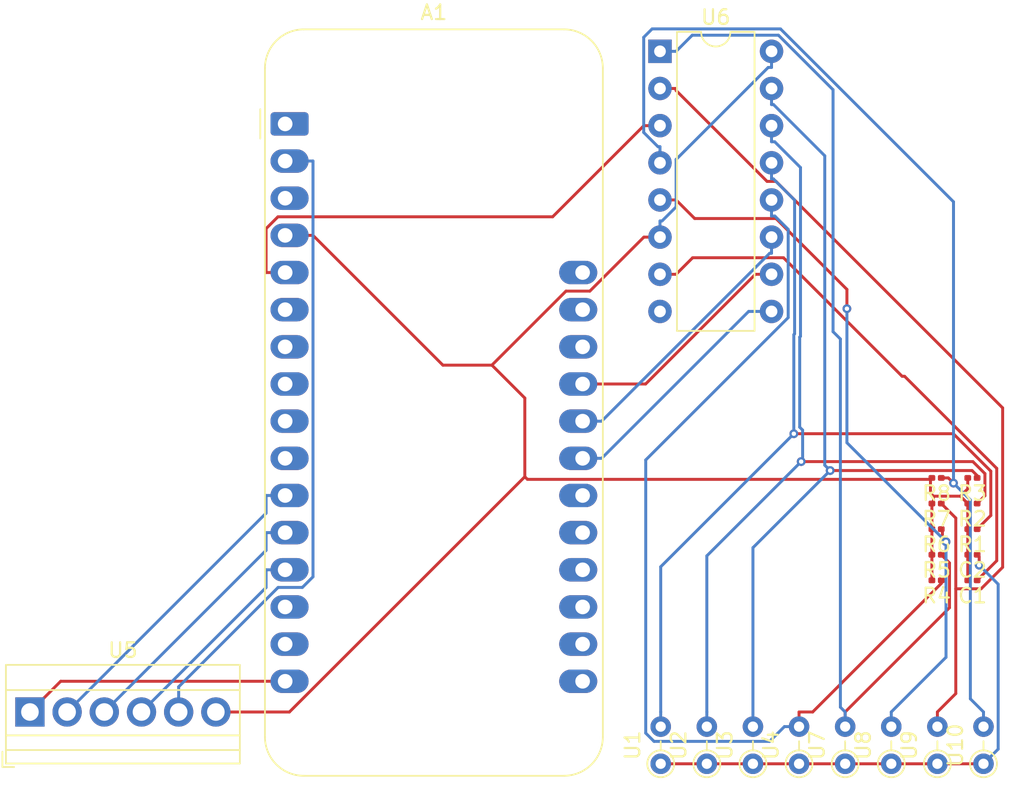
<source format=kicad_pcb>
(kicad_pcb (version 20240108) (generator "pcbnew") (generator_version "8.0")
  (layers (0 "F.Cu" signal) (31 "B.Cu" signal) (34 "B.Paste" user) (35 "F.Paste" user) (36 "B.SilkS" user "B.Silkscreen") (37 "F.SilkS" user "F.Silkscreen") (38 "B.Mask" user) (39 "F.Mask" user) (44 "Edge.Cuts" user))
  (net 0 "")
  (net 5 "/AN_Out")
  (net 7 "/SPI_MOSI")
  (net 10 "/SPI_MISO")
  (net 13 "/SEL_2")
  (net 15 "GND")
  (net 18 "/Vref3.3")
  (net 20 "/SEL_0")
  (net 21 "/SPI_CS")
  (net 22 "/SEL_1")
  (net 28 "/SPI_SCK")
  (net 29 "Net-(U6-VEE)")
  (net 30 "+3.3VA")
  (net 31 "/AN_0")
  (net 32 "/AN_1")
  (net 33 "/AN_2")
  (net 34 "/AN_3")
  (net 35 "/AN_4")
  (net 36 "/AN_5")
  (net 37 "/AN_6")
  (net 38 "/AN_7")
  (footprint "TerminalBlock:TerminalBlock_Xinya_XY308-2.54-6P_1x06_P2.54mm_Horizontal" (layer "F.Cu") (at 43.46 99.5)
    (property "Reference" "U5" (at 6.35 -4.22 0) (layer "F.SilkS"))
    (property "Value" "~")
    (fp_line (start -1.88 2.72) (end -1.88 3.76) (stroke (width 0.12)) (layer "F.SilkS"))
    (fp_line (start -1.88 3.76) (end -1.08 3.76) (stroke (width 0.12)) (layer "F.SilkS"))
    (fp_line (start -1.64 -3.22) (end -1.64 3.52) (stroke (width 0.12)) (layer "F.SilkS"))
    (fp_line (start -1.64 -3.22) (end 14.34 -3.22) (stroke (width 0.12)) (layer "F.SilkS"))
    (fp_line (start -1.64 -1.501) (end 14.34 -1.501) (stroke (width 0.12)) (layer "F.SilkS"))
    (fp_line (start -1.64 1.6) (end 14.34 1.6) (stroke (width 0.12)) (layer "F.SilkS"))
    (fp_line (start -1.64 2.6) (end 14.34 2.6) (stroke (width 0.12)) (layer "F.SilkS"))
    (fp_line (start -1.64 3.52) (end 14.34 3.52) (stroke (width 0.12)) (layer "F.SilkS"))
    (fp_line (start 14.34 -3.22) (end 14.34 3.52) (stroke (width 0.12)) (layer "F.SilkS"))
    (pad "1" thru_hole rect (at 0 0) (size 2 2) (drill 1.2) (layers "*.Cu" "*.Mask") (net 21 "/SPI_CS"))
    (pad "2" thru_hole circle (at 2.54 0) (size 2 2) (drill 1.2) (layers "*.Cu" "*.Mask") (net 28 "/SPI_SCK"))
    (pad "3" thru_hole circle (at 5.08 0) (size 2 2) (drill 1.2) (layers "*.Cu" "*.Mask") (net 7 "/SPI_MOSI"))
    (pad "4" thru_hole circle (at 7.62 0) (size 2 2) (drill 1.2) (layers "*.Cu" "*.Mask") (net 10 "/SPI_MISO"))
    (pad "5" thru_hole circle (at 10.16 0) (size 2 2) (drill 1.2) (layers "*.Cu" "*.Mask") (net 18 "/Vref3.3"))
    (pad "6" thru_hole circle (at 12.7 0) (size 2 2) (drill 1.2) (layers "*.Cu" "*.Mask") (net 15 "GND"))
  )
  (footprint "Resistor_THT:R_Axial_DIN0204_L3.6mm_D1.6mm_P2.54mm_Vertical" (layer "F.Cu") (at 102.3 103.04 90)
    (property "Reference" "U8" (at 1.27 -1.92 90) (layer "F.SilkS"))
    (property "Value" "~")
    (fp_line (start 0.92 0) (end 1.54 0) (stroke (width 0.12)) (layer "F.SilkS"))
    (fp_circle (center 0 0) (end 0.92 0) (stroke (width 0.12)) (fill none) (layer "F.SilkS"))
    (pad "1" thru_hole circle (at 0 0 90) (size 1.4 1.4) (drill 0.7) (layers "*.Cu" "*.Mask") (net 30 "+3.3VA"))
    (pad "2" thru_hole oval (at 2.54 0 90) (size 1.4 1.4) (drill 0.7) (layers "*.Cu" "*.Mask") (net 36 "/AN_5"))
  )
  (footprint "Resistor_THT:R_Axial_DIN0204_L3.6mm_D1.6mm_P2.54mm_Vertical" (layer "F.Cu") (at 105.45 103.04 90)
    (property "Reference" "U9" (at 1.27 -1.92 90) (layer "F.SilkS"))
    (property "Value" "~")
    (fp_line (start 0.92 0) (end 1.54 0) (stroke (width 0.12)) (layer "F.SilkS"))
    (fp_circle (center 0 0) (end 0.92 0) (stroke (width 0.12)) (fill none) (layer "F.SilkS"))
    (pad "1" thru_hole circle (at 0 0 90) (size 1.4 1.4) (drill 0.7) (layers "*.Cu" "*.Mask") (net 30 "+3.3VA"))
    (pad "2" thru_hole oval (at 2.54 0 90) (size 1.4 1.4) (drill 0.7) (layers "*.Cu" "*.Mask") (net 37 "/AN_6"))
  )
  (footprint "Resistor_THT:R_Axial_DIN0204_L3.6mm_D1.6mm_P2.54mm_Vertical" (layer "F.Cu") (at 86.55 103.04 90)
    (property "Reference" "U1" (at 1.27 -1.92 90) (layer "F.SilkS"))
    (property "Value" "~")
    (fp_line (start 0.92 0) (end 1.54 0) (stroke (width 0.12)) (layer "F.SilkS"))
    (fp_circle (center 0 0) (end 0.92 0) (stroke (width 0.12)) (fill none) (layer "F.SilkS"))
    (pad "1" thru_hole circle (at 0 0 90) (size 1.4 1.4) (drill 0.7) (layers "*.Cu" "*.Mask") (net 30 "+3.3VA"))
    (pad "2" thru_hole oval (at 2.54 0 90) (size 1.4 1.4) (drill 0.7) (layers "*.Cu" "*.Mask") (net 31 "/AN_0"))
  )
  (footprint "Resistor_THT:R_Axial_DIN0204_L3.6mm_D1.6mm_P2.54mm_Vertical" (layer "F.Cu") (at 99.15 103.04 90)
    (property "Reference" "U7" (at 1.27 -1.92 90) (layer "F.SilkS"))
    (property "Value" "~")
    (fp_line (start 0.92 0) (end 1.54 0) (stroke (width 0.12)) (layer "F.SilkS"))
    (fp_circle (center 0 0) (end 0.92 0) (stroke (width 0.12)) (fill none) (layer "F.SilkS"))
    (pad "1" thru_hole circle (at 0 0 90) (size 1.4 1.4) (drill 0.7) (layers "*.Cu" "*.Mask") (net 30 "+3.3VA"))
    (pad "2" thru_hole oval (at 2.54 0 90) (size 1.4 1.4) (drill 0.7) (layers "*.Cu" "*.Mask") (net 35 "/AN_4"))
  )
  (footprint "Resistor_THT:R_Axial_DIN0204_L3.6mm_D1.6mm_P2.54mm_Vertical" (layer "F.Cu") (at 108.6 103.04 90)
    (property "Reference" "U10" (at 1.27 -1.92 90) (layer "F.SilkS"))
    (property "Value" "~")
    (fp_line (start 0.92 0) (end 1.54 0) (stroke (width 0.12)) (layer "F.SilkS"))
    (fp_circle (center 0 0) (end 0.92 0) (stroke (width 0.12)) (fill none) (layer "F.SilkS"))
    (pad "1" thru_hole circle (at 0 0 90) (size 1.4 1.4) (drill 0.7) (layers "*.Cu" "*.Mask") (net 30 "+3.3VA"))
    (pad "2" thru_hole oval (at 2.54 0 90) (size 1.4 1.4) (drill 0.7) (layers "*.Cu" "*.Mask") (net 38 "/AN_7"))
  )
  (footprint "Resistor_THT:R_Axial_DIN0204_L3.6mm_D1.6mm_P2.54mm_Vertical" (layer "F.Cu") (at 96 103.04 90)
    (property "Reference" "U4" (at 1.27 -1.92 90) (layer "F.SilkS"))
    (property "Value" "~")
    (fp_line (start 0.92 0) (end 1.54 0) (stroke (width 0.12)) (layer "F.SilkS"))
    (fp_circle (center 0 0) (end 0.92 0) (stroke (width 0.12)) (fill none) (layer "F.SilkS"))
    (pad "1" thru_hole circle (at 0 0 90) (size 1.4 1.4) (drill 0.7) (layers "*.Cu" "*.Mask") (net 30 "+3.3VA"))
    (pad "2" thru_hole oval (at 2.54 0 90) (size 1.4 1.4) (drill 0.7) (layers "*.Cu" "*.Mask") (net 34 "/AN_3"))
  )
  (footprint "Resistor_SMD:R_0201_0603Metric" (layer "F.Cu") (at 105.395 83.5 180)
    (property "Reference" "R8" (at 0 -1.05 0) (layer "F.SilkS"))
    (property "Value" "10k")
    (pad "1" smd roundrect (at -0.32 0 180) (size 0.46 0.4) (layers "F.Cu" "F.Mask") (net 38 "/AN_7"))
    (pad "2" smd roundrect (at 0.32 0 180) (size 0.46 0.4) (layers "F.Cu" "F.Mask") (net 15 "GND"))
  )
  (footprint "Resistor_SMD:R_0201_0603Metric" (layer "F.Cu") (at 105.395 88.75 180)
    (property "Reference" "R5" (at 0 -1.05 0) (layer "F.SilkS"))
    (property "Value" "10k")
    (pad "1" smd roundrect (at -0.32 0 180) (size 0.46 0.4) (layers "F.Cu" "F.Mask") (net 35 "/AN_4"))
    (pad "2" smd roundrect (at 0.32 0 180) (size 0.46 0.4) (layers "F.Cu" "F.Mask") (net 15 "GND"))
  )
  (footprint "Resistor_THT:R_Axial_DIN0204_L3.6mm_D1.6mm_P2.54mm_Vertical" (layer "F.Cu") (at 92.85 103.04 90)
    (property "Reference" "U3" (at 1.27 -1.92 90) (layer "F.SilkS"))
    (property "Value" "~")
    (fp_line (start 0.92 0) (end 1.54 0) (stroke (width 0.12)) (layer "F.SilkS"))
    (fp_circle (center 0 0) (end 0.92 0) (stroke (width 0.12)) (fill none) (layer "F.SilkS"))
    (pad "1" thru_hole circle (at 0 0 90) (size 1.4 1.4) (drill 0.7) (layers "*.Cu" "*.Mask") (net 30 "+3.3VA"))
    (pad "2" thru_hole oval (at 2.54 0 90) (size 1.4 1.4) (drill 0.7) (layers "*.Cu" "*.Mask") (net 33 "/AN_2"))
  )
  (footprint "Package_DIP:DIP-16_W7.62mm" (layer "F.Cu") (at 86.5 54.34)
    (property "Reference" "U6" (at 3.81 -2.33 0) (layer "F.SilkS"))
    (property "Value" "4051")
    (fp_line (start 1.16 -1.33) (end 1.16 19.11) (stroke (width 0.12)) (layer "F.SilkS"))
    (fp_line (start 1.16 19.11) (end 6.46 19.11) (stroke (width 0.12)) (layer "F.SilkS"))
    (fp_line (start 2.81 -1.33) (end 1.16 -1.33) (stroke (width 0.12)) (layer "F.SilkS"))
    (fp_line (start 6.46 -1.33) (end 4.81 -1.33) (stroke (width 0.12)) (layer "F.SilkS"))
    (fp_line (start 6.46 19.11) (end 6.46 -1.33) (stroke (width 0.12)) (layer "F.SilkS"))
    (fp_arc (start 4.81 -1.33) (mid 3.81 -0.33) (end 2.81 -1.33) (stroke (width 0.12)) (layer "F.SilkS"))
    (pad "1" thru_hole rect (at 0 0) (size 1.6 1.6) (drill 0.8) (layers "*.Cu" "*.Mask") (net 35 "/AN_4"))
    (pad "2" thru_hole oval (at 0 2.54) (size 1.6 1.6) (drill 0.8) (layers "*.Cu" "*.Mask") (net 37 "/AN_6"))
    (pad "3" thru_hole oval (at 0 5.08) (size 1.6 1.6) (drill 0.8) (layers "*.Cu" "*.Mask") (net 5 "/AN_Out"))
    (pad "4" thru_hole oval (at 0 7.62) (size 1.6 1.6) (drill 0.8) (layers "*.Cu" "*.Mask") (net 38 "/AN_7"))
    (pad "5" thru_hole oval (at 0 10.16) (size 1.6 1.6) (drill 0.8) (layers "*.Cu" "*.Mask") (net 36 "/AN_5"))
    (pad "6" thru_hole oval (at 0 12.7) (size 1.6 1.6) (drill 0.8) (layers "*.Cu" "*.Mask") (net 15 "GND"))
    (pad "7" thru_hole oval (at 0 15.24) (size 1.6 1.6) (drill 0.8) (layers "*.Cu" "*.Mask") (net 29 "Net-(U6-VEE)"))
    (pad "8" thru_hole oval (at 0 17.78) (size 1.6 1.6) (drill 0.8) (layers "*.Cu" "*.Mask"))
    (pad "9" thru_hole oval (at 7.62 17.78) (size 1.6 1.6) (drill 0.8) (layers "*.Cu" "*.Mask") (net 13 "/SEL_2"))
    (pad "10" thru_hole oval (at 7.62 15.24) (size 1.6 1.6) (drill 0.8) (layers "*.Cu" "*.Mask") (net 22 "/SEL_1"))
    (pad "11" thru_hole oval (at 7.62 12.7) (size 1.6 1.6) (drill 0.8) (layers "*.Cu" "*.Mask") (net 20 "/SEL_0"))
    (pad "12" thru_hole oval (at 7.62 10.16) (size 1.6 1.6) (drill 0.8) (layers "*.Cu" "*.Mask") (net 34 "/AN_3"))
    (pad "13" thru_hole oval (at 7.62 7.62) (size 1.6 1.6) (drill 0.8) (layers "*.Cu" "*.Mask") (net 31 "/AN_0"))
    (pad "14" thru_hole oval (at 7.62 5.08) (size 1.6 1.6) (drill 0.8) (layers "*.Cu" "*.Mask") (net 32 "/AN_1"))
    (pad "15" thru_hole oval (at 7.62 2.54) (size 1.6 1.6) (drill 0.8) (layers "*.Cu" "*.Mask") (net 33 "/AN_2"))
    (pad "16" thru_hole oval (at 7.62 0) (size 1.6 1.6) (drill 0.8) (layers "*.Cu" "*.Mask") (net 15 "GND"))
  )
  (footprint "Resistor_SMD:R_0201_0603Metric" (layer "F.Cu") (at 105.395 87 180)
    (property "Reference" "R6" (at 0 -1.05 0) (layer "F.SilkS"))
    (property "Value" "10k")
    (pad "1" smd roundrect (at -0.32 0 180) (size 0.46 0.4) (layers "F.Cu" "F.Mask") (net 36 "/AN_5"))
    (pad "2" smd roundrect (at 0.32 0 180) (size 0.46 0.4) (layers "F.Cu" "F.Mask") (net 15 "GND"))
  )
  (footprint "Capacitor_SMD:C_0201_0603Metric" (layer "F.Cu") (at 107.845 88.75 180)
    (property "Reference" "C2" (at 0 -1.05 0) (layer "F.SilkS"))
    (property "Value" "C")
    (pad "1" smd roundrect (at -0.32 0 180) (size 0.46 0.4) (layers "F.Cu" "F.Mask") (net 30 "+3.3VA"))
    (pad "2" smd roundrect (at 0.32 0 180) (size 0.46 0.4) (layers "F.Cu" "F.Mask") (net 15 "GND"))
  )
  (footprint "Module:Adafruit_Feather" (layer "F.Cu") (at 60.895 59.3)
    (property "Reference" "A1" (at 10.16 -7.62 0) (layer "F.SilkS"))
    (property "Value" "Adafruit_Feather_HUZZAH32_ESP32")
    (fp_line (start -1.7 1) (end -1.7 -1) (stroke (width 0.12)) (layer "F.SilkS"))
    (fp_line (start -1.38 -3.81) (end -1.38 41.91) (stroke (width 0.12)) (layer "F.SilkS"))
    (fp_line (start 19.05 -6.46) (end 1.27 -6.46) (stroke (width 0.12)) (layer "F.SilkS"))
    (fp_line (start 19.05 44.56) (end 1.27 44.56) (stroke (width 0.12)) (layer "F.SilkS"))
    (fp_line (start 21.7 -3.81) (end 21.7 41.91) (stroke (width 0.12)) (layer "F.SilkS"))
    (fp_arc (start -1.38 -3.81) (mid -0.603833 -5.683833) (end 1.27 -6.46) (stroke (width 0.12)) (layer "F.SilkS"))
    (fp_arc (start 1.27 44.56) (mid -0.603833 43.783833) (end -1.38 41.91) (stroke (width 0.12)) (layer "F.SilkS"))
    (fp_arc (start 19.05 -6.46) (mid 20.923833 -5.683833) (end 21.7 -3.81) (stroke (width 0.12)) (layer "F.SilkS"))
    (fp_arc (start 21.7 41.91) (mid 20.923833 43.783833) (end 19.05 44.56) (stroke (width 0.12)) (layer "F.SilkS"))
    (pad "1" thru_hole roundrect (at 0 0) (size 2.6 1.6) (drill 1 (offset 0.3 0)) (layers "*.Cu" "*.Mask") (roundrect_rratio 0.15625))
    (pad "2" thru_hole oval (at 0 2.54) (size 2.6 1.6) (drill 1 (offset 0.3 0)) (layers "*.Cu" "*.Mask") (net 18 "/Vref3.3"))
    (pad "3" thru_hole oval (at 0 5.08) (size 2.6 1.6) (drill 1 (offset 0.3 0)) (layers "*.Cu" "*.Mask"))
    (pad "4" thru_hole oval (at 0 7.62) (size 2.6 1.6) (drill 1 (offset 0.3 0)) (layers "*.Cu" "*.Mask") (net 15 "GND"))
    (pad "5" thru_hole oval (at 0 10.16) (size 2.6 1.6) (drill 1 (offset 0.3 0)) (layers "*.Cu" "*.Mask") (net 5 "/AN_Out"))
    (pad "6" thru_hole oval (at 0 12.7) (size 2.6 1.6) (drill 1 (offset 0.3 0)) (layers "*.Cu" "*.Mask"))
    (pad "7" thru_hole oval (at 0 15.24) (size 2.6 1.6) (drill 1 (offset 0.3 0)) (layers "*.Cu" "*.Mask"))
    (pad "8" thru_hole oval (at 0 17.78) (size 2.6 1.6) (drill 1 (offset 0.3 0)) (layers "*.Cu" "*.Mask"))
    (pad "9" thru_hole oval (at 0 20.32) (size 2.6 1.6) (drill 1 (offset 0.3 0)) (layers "*.Cu" "*.Mask"))
    (pad "10" thru_hole oval (at 0 22.86) (size 2.6 1.6) (drill 1 (offset 0.3 0)) (layers "*.Cu" "*.Mask"))
    (pad "11" thru_hole oval (at 0 25.4) (size 2.6 1.6) (drill 1 (offset 0.3 0)) (layers "*.Cu" "*.Mask") (net 28 "/SPI_SCK"))
    (pad "12" thru_hole oval (at 0 27.94) (size 2.6 1.6) (drill 1 (offset 0.3 0)) (layers "*.Cu" "*.Mask") (net 7 "/SPI_MOSI"))
    (pad "13" thru_hole oval (at 0 30.48) (size 2.6 1.6) (drill 1 (offset 0.3 0)) (layers "*.Cu" "*.Mask") (net 10 "/SPI_MISO"))
    (pad "14" thru_hole oval (at 0 33.02) (size 2.6 1.6) (drill 1 (offset 0.3 0)) (layers "*.Cu" "*.Mask"))
    (pad "15" thru_hole oval (at 0 35.56) (size 2.6 1.6) (drill 1 (offset 0.3 0)) (layers "*.Cu" "*.Mask"))
    (pad "16" thru_hole oval (at 0 38.1) (size 2.6 1.6) (drill 1 (offset 0.3 0)) (layers "*.Cu" "*.Mask") (net 21 "/SPI_CS"))
    (pad "17" thru_hole oval (at 20.32 38.1 180) (size 2.6 1.6) (drill 1 (offset 0.3 0)) (layers "*.Cu" "*.Mask"))
    (pad "18" thru_hole oval (at 20.32 35.56 180) (size 2.6 1.6) (drill 1 (offset 0.3 0)) (layers "*.Cu" "*.Mask"))
    (pad "19" thru_hole oval (at 20.32 33.02 180) (size 2.6 1.6) (drill 1 (offset 0.3 0)) (layers "*.Cu" "*.Mask"))
    (pad "20" thru_hole oval (at 20.32 30.48 180) (size 2.6 1.6) (drill 1 (offset 0.3 0)) (layers "*.Cu" "*.Mask"))
    (pad "21" thru_hole oval (at 20.32 27.94 180) (size 2.6 1.6) (drill 1 (offset 0.3 0)) (layers "*.Cu" "*.Mask"))
    (pad "22" thru_hole oval (at 20.32 25.4 180) (size 2.6 1.6) (drill 1 (offset 0.3 0)) (layers "*.Cu" "*.Mask"))
    (pad "23" thru_hole oval (at 20.32 22.86 180) (size 2.6 1.6) (drill 1 (offset 0.3 0)) (layers "*.Cu" "*.Mask") (net 13 "/SEL_2"))
    (pad "24" thru_hole oval (at 20.32 20.32 180) (size 2.6 1.6) (drill 1 (offset 0.3 0)) (layers "*.Cu" "*.Mask") (net 20 "/SEL_0"))
    (pad "25" thru_hole oval (at 20.32 17.78 180) (size 2.6 1.6) (drill 1 (offset 0.3 0)) (layers "*.Cu" "*.Mask") (net 22 "/SEL_1"))
    (pad "26" thru_hole oval (at 20.32 15.24 180) (size 2.6 1.6) (drill 1 (offset 0.3 0)) (layers "*.Cu" "*.Mask"))
    (pad "27" thru_hole oval (at 20.32 12.7 180) (size 2.6 1.6) (drill 1 (offset 0.3 0)) (layers "*.Cu" "*.Mask"))
    (pad "28" thru_hole oval (at 20.32 10.16 180) (size 2.6 1.6) (drill 1 (offset 0.3 0)) (layers "*.Cu" "*.Mask"))
  )
  (footprint "Resistor_SMD:R_0201_0603Metric" (layer "F.Cu") (at 107.845 87 180)
    (property "Reference" "R1" (at 0 -1.05 0) (layer "F.SilkS"))
    (property "Value" "10k")
    (pad "1" smd roundrect (at -0.32 0 180) (size 0.46 0.4) (layers "F.Cu" "F.Mask") (net 31 "/AN_0"))
    (pad "2" smd roundrect (at 0.32 0 180) (size 0.46 0.4) (layers "F.Cu" "F.Mask") (net 15 "GND"))
  )
  (footprint "Resistor_THT:R_Axial_DIN0204_L3.6mm_D1.6mm_P2.54mm_Vertical" (layer "F.Cu") (at 89.7 103.04 90)
    (property "Reference" "U2" (at 1.27 -1.92 90) (layer "F.SilkS"))
    (property "Value" "~")
    (fp_line (start 0.92 0) (end 1.54 0) (stroke (width 0.12)) (layer "F.SilkS"))
    (fp_circle (center 0 0) (end 0.92 0) (stroke (width 0.12)) (fill none) (layer "F.SilkS"))
    (pad "1" thru_hole circle (at 0 0 90) (size 1.4 1.4) (drill 0.7) (layers "*.Cu" "*.Mask") (net 30 "+3.3VA"))
    (pad "2" thru_hole oval (at 2.54 0 90) (size 1.4 1.4) (drill 0.7) (layers "*.Cu" "*.Mask") (net 32 "/AN_1"))
  )
  (footprint "Capacitor_SMD:C_0201_0603Metric" (layer "F.Cu") (at 107.845 90.5 180)
    (property "Reference" "C1" (at 0 -1.05 0) (layer "F.SilkS"))
    (property "Value" "0.1pf")
    (pad "1" smd roundrect (at -0.32 0 180) (size 0.46 0.4) (layers "F.Cu" "F.Mask") (net 29 "Net-(U6-VEE)"))
    (pad "2" smd roundrect (at 0.32 0 180) (size 0.46 0.4) (layers "F.Cu" "F.Mask") (net 15 "GND"))
  )
  (footprint "Resistor_SMD:R_0201_0603Metric" (layer "F.Cu") (at 105.395 90.5 180)
    (property "Reference" "R4" (at 0 -1.05 0) (layer "F.SilkS"))
    (property "Value" "10k")
    (pad "1" smd roundrect (at -0.32 0 180) (size 0.46 0.4) (layers "F.Cu" "F.Mask") (net 34 "/AN_3"))
    (pad "2" smd roundrect (at 0.32 0 180) (size 0.46 0.4) (layers "F.Cu" "F.Mask") (net 15 "GND"))
  )
  (footprint "Resistor_SMD:R_0201_0603Metric" (layer "F.Cu") (at 107.845 83.5 180)
    (property "Reference" "R3" (at 0 -1.05 0) (layer "F.SilkS"))
    (property "Value" "10k")
    (pad "1" smd roundrect (at -0.32 0 180) (size 0.46 0.4) (layers "F.Cu" "F.Mask") (net 33 "/AN_2"))
    (pad "2" smd roundrect (at 0.32 0 180) (size 0.46 0.4) (layers "F.Cu" "F.Mask") (net 15 "GND"))
  )
  (footprint "Resistor_SMD:R_0201_0603Metric" (layer "F.Cu") (at 107.845 85.25 180)
    (property "Reference" "R2" (at 0 -1.05 0) (layer "F.SilkS"))
    (property "Value" "10k")
    (pad "1" smd roundrect (at -0.32 0 180) (size 0.46 0.4) (layers "F.Cu" "F.Mask") (net 32 "/AN_1"))
    (pad "2" smd roundrect (at 0.32 0 180) (size 0.46 0.4) (layers "F.Cu" "F.Mask") (net 15 "GND"))
  )
  (footprint "Resistor_SMD:R_0201_0603Metric" (layer "F.Cu") (at 105.395 85.25 180)
    (property "Reference" "R7" (at 0 -1.05 0) (layer "F.SilkS"))
    (property "Value" "10k")
    (pad "1" smd roundrect (at -0.32 0 180) (size 0.46 0.4) (layers "F.Cu" "F.Mask") (net 37 "/AN_6"))
    (pad "2" smd roundrect (at 0.32 0 180) (size 0.46 0.4) (layers "F.Cu" "F.Mask") (net 15 "GND"))
  )
  (segment (start 85.3983 59.42) (end 79.1683 65.65) (width 0.2) (layer "F.Cu") (net 5))
  (segment (start 60.895 69.46) (end 59.5933 69.46) (width 0.2) (layer "F.Cu") (net 5))
  (segment (start 86.5 59.42) (end 85.3983 59.42) (width 0.2) (layer "F.Cu") (net 5))
  (segment (start 79.1683 65.65) (end 60.4017 65.65) (width 0.2) (layer "F.Cu") (net 5))
  (segment (start 60.4017 65.65) (end 59.5933 66.4584) (width 0.2) (layer "F.Cu") (net 5))
  (segment (start 59.5933 66.4584) (end 59.5933 69.46) (width 0.2) (layer "F.Cu") (net 5))
  (segment (start 59.5933 87.24) (end 59.5933 88.4467) (width 0.2) (layer "B.Cu") (net 7))
  (segment (start 59.5933 88.4467) (end 48.54 99.5) (width 0.2) (layer "B.Cu") (net 7))
  (segment (start 60.895 87.24) (end 59.5933 87.24) (width 0.2) (layer "B.Cu") (net 7))
  (segment (start 60.895 89.78) (end 59.5933 89.78) (width 0.2) (layer "B.Cu") (net 10))
  (segment (start 59.5933 89.78) (end 59.5933 90.9867) (width 0.2) (layer "B.Cu") (net 10))
  (segment (start 59.5933 90.9867) (end 51.08 99.5) (width 0.2) (layer "B.Cu") (net 10))
  (segment (start 92.5567 72.12) (end 94.12 72.12) (width 0.2) (layer "B.Cu") (net 13))
  (segment (start 81.215 82.16) (end 82.5167 82.16) (width 0.2) (layer "B.Cu") (net 13))
  (segment (start 82.5167 82.16) (end 92.5567 72.12) (width 0.2) (layer "B.Cu") (net 13))
  (segment (start 75.017 75.7916) (end 71.6683 75.7916) (width 0.2) (layer "F.Cu") (net 15))
  (segment (start 107.525 87) (end 107.525 85.25) (width 0.2) (layer "F.Cu") (net 15))
  (segment (start 80.0786 70.73) (end 75.017 75.7916) (width 0.2) (layer "F.Cu") (net 15))
  (segment (start 75.017 75.7916) (end 77.266 78.0406) (width 0.2) (layer "F.Cu") (net 15))
  (segment (start 105.1803 84.747) (end 107.022 84.747) (width 0.2) (layer "F.Cu") (net 15))
  (segment (start 104.9769 83.5981) (end 105.075 83.5) (width 0.2) (layer "F.Cu") (net 15))
  (segment (start 77.266 83.4185) (end 77.4456 83.5981) (width 0.2) (layer "F.Cu") (net 15))
  (segment (start 105.1803 84.747) (end 105.1803 85.1447) (width 0.2) (layer "F.Cu") (net 15))
  (segment (start 77.4456 83.5981) (end 104.9769 83.5981) (width 0.2) (layer "F.Cu") (net 15))
  (segment (start 105.075 85.25) (end 105.075 87) (width 0.2) (layer "F.Cu") (net 15))
  (segment (start 105.075 88.75) (end 105.075 90.5) (width 0.2) (layer "F.Cu") (net 15))
  (segment (start 107.525 84.244) (end 107.525 83.5) (width 0.2) (layer "F.Cu") (net 15))
  (segment (start 107.525 90.5) (end 107.525 88.75) (width 0.2) (layer "F.Cu") (net 15))
  (segment (start 104.9769 84.5436) (end 105.1803 84.747) (width 0.2) (layer "F.Cu") (net 15))
  (segment (start 71.6683 75.7916) (end 62.7967 66.92) (width 0.2) (layer "F.Cu") (net 15))
  (segment (start 77.266 78.0406) (end 77.266 83.4185) (width 0.2) (layer "F.Cu") (net 15))
  (segment (start 77.266 83.4185) (end 61.1845 99.5) (width 0.2) (layer "F.Cu") (net 15))
  (segment (start 61.1845 99.5) (end 56.16 99.5) (width 0.2) (layer "F.Cu") (net 15))
  (segment (start 107.525 87) (end 107.525 88.75) (width 0.2) (layer "F.Cu") (net 15))
  (segment (start 105.1803 85.1447) (end 105.075 85.25) (width 0.2) (layer "F.Cu") (net 15))
  (segment (start 104.9769 83.5981) (end 104.9769 84.5436) (width 0.2) (layer "F.Cu") (net 15))
  (segment (start 107.022 84.747) (end 107.525 85.25) (width 0.2) (layer "F.Cu") (net 15))
  (segment (start 105.075 87) (end 105.075 88.75) (width 0.2) (layer "F.Cu") (net 15))
  (segment (start 107.022 84.747) (end 107.525 84.244) (width 0.2) (layer "F.Cu") (net 15))
  (segment (start 85.3983 67.04) (end 81.7083 70.73) (width 0.2) (layer "F.Cu") (net 15))
  (segment (start 86.5 67.04) (end 85.3983 67.04) (width 0.2) (layer "F.Cu") (net 15))
  (segment (start 60.895 66.92) (end 62.7967 66.92) (width 0.2) (layer "F.Cu") (net 15))
  (segment (start 81.7083 70.73) (end 80.0786 70.73) (width 0.2) (layer "F.Cu") (net 15))
  (segment (start 87.6017 64.9744) (end 87.6017 61.7317) (width 0.2) (layer "B.Cu") (net 15))
  (segment (start 86.6378 65.9383) (end 87.6017 64.9744) (width 0.2) (layer "B.Cu") (net 15))
  (segment (start 87.6017 61.7317) (end 93.8917 55.4417) (width 0.2) (layer "B.Cu") (net 15))
  (segment (start 93.8917 55.4417) (end 94.12 55.4417) (width 0.2) (layer "B.Cu") (net 15))
  (segment (start 86.5 67.04) (end 86.5 65.9383) (width 0.2) (layer "B.Cu") (net 15))
  (segment (start 86.5 65.9383) (end 86.6378 65.9383) (width 0.2) (layer "B.Cu") (net 15))
  (segment (start 94.12 54.34) (end 94.12 55.4417) (width 0.2) (layer "B.Cu") (net 15))
  (segment (start 60.4101 90.9866) (end 53.62 97.7767) (width 0.2) (layer "B.Cu") (net 18))
  (segment (start 62.7967 90.2589) (end 62.069 90.9866) (width 0.2) (layer "B.Cu") (net 18))
  (segment (start 53.62 97.7767) (end 53.62 99.5) (width 0.2) (layer "B.Cu") (net 18))
  (segment (start 60.895 61.84) (end 62.7967 61.84) (width 0.2) (layer "B.Cu") (net 18))
  (segment (start 62.7967 61.84) (end 62.7967 90.2589) (width 0.2) (layer "B.Cu") (net 18))
  (segment (start 62.069 90.9866) (end 60.4101 90.9866) (width 0.2) (layer "B.Cu") (net 18))
  (segment (start 94.12 67.04) (end 94.12 68.1417) (width 0.2) (layer "B.Cu") (net 20))
  (segment (start 93.995 68.1417) (end 94.12 68.1417) (width 0.2) (layer "B.Cu") (net 20))
  (segment (start 81.215 79.62) (end 82.5167 79.62) (width 0.2) (layer "B.Cu") (net 20))
  (segment (start 82.5167 79.62) (end 93.995 68.1417) (width 0.2) (layer "B.Cu") (net 20))
  (segment (start 45.56 97.4) (end 43.46 99.5) (width 0.2) (layer "F.Cu") (net 21))
  (segment (start 60.895 97.4) (end 45.56 97.4) (width 0.2) (layer "F.Cu") (net 21))
  (segment (start 81.215 77.08) (end 85.5183 77.08) (width 0.2) (layer "F.Cu") (net 22))
  (segment (start 85.5183 77.08) (end 93.0183 69.58) (width 0.2) (layer "F.Cu") (net 22))
  (segment (start 94.12 69.58) (end 93.0183 69.58) (width 0.2) (layer "F.Cu") (net 22))
  (segment (start 59.5933 85.9067) (end 46 99.5) (width 0.2) (layer "B.Cu") (net 28))
  (segment (start 60.895 84.7) (end 59.5933 84.7) (width 0.2) (layer "B.Cu") (net 28))
  (segment (start 59.5933 84.7) (end 59.5933 85.9067) (width 0.2) (layer "B.Cu") (net 28))
  (segment (start 109.5038 82.8473) (end 109.5038 89.1612) (width 0.2) (layer "F.Cu") (net 29))
  (segment (start 88.7332 68.4485) (end 94.9361 68.4485) (width 0.2) (layer "F.Cu") (net 29))
  (segment (start 109.5038 89.1612) (end 108.165 90.5) (width 0.2) (layer "F.Cu") (net 29))
  (segment (start 103.2075 76.551) (end 109.5038 82.8473) (width 0.2) (layer "F.Cu") (net 29))
  (segment (start 94.9361 68.4485) (end 103.0386 76.551) (width 0.2) (layer "F.Cu") (net 29))
  (segment (start 103.0386 76.551) (end 103.2075 76.551) (width 0.2) (layer "F.Cu") (net 29))
  (segment (start 86.5 69.58) (end 87.6017 69.58) (width 0.2) (layer "F.Cu") (net 29))
  (segment (start 87.6017 69.58) (end 88.7332 68.4485) (width 0.2) (layer "F.Cu") (net 29))
  (segment (start 108.165 88.75) (end 108.3041 88.8891) (width 0.2) (layer "F.Cu") (net 30))
  (segment (start 89.7 103.04) (end 92.85 103.04) (width 0.2) (layer "F.Cu") (net 30))
  (segment (start 92.85 103.04) (end 96 103.04) (width 0.2) (layer "F.Cu") (net 30))
  (segment (start 102.3 103.04) (end 105.45 103.04) (width 0.2) (layer "F.Cu") (net 30))
  (segment (start 108.6 103.04) (end 105.45 103.04) (width 0.2) (layer "F.Cu") (net 30))
  (segment (start 99.15 103.04) (end 102.3 103.04) (width 0.2) (layer "F.Cu") (net 30))
  (segment (start 86.55 103.04) (end 89.7 103.04) (width 0.2) (layer "F.Cu") (net 30))
  (segment (start 96 103.04) (end 99.15 103.04) (width 0.2) (layer "F.Cu") (net 30))
  (segment (start 108.3041 88.8891) (end 108.3041 89.4638) (width 0.2) (layer "F.Cu") (net 30))
  (via (at 108.3041 89.4638) (size 0.6) (drill 0.3) (layers "F.Cu" "B.Cu") (net 30))
  (segment (start 109.6017 90.7614) (end 108.3041 89.4638) (width 0.2) (layer "B.Cu") (net 30))
  (segment (start 109.6017 102.0383) (end 109.6017 90.7614) (width 0.2) (layer "B.Cu") (net 30))
  (segment (start 108.6 103.04) (end 109.6017 102.0383) (width 0.2) (layer "B.Cu") (net 30))
  (segment (start 109.0988 83.0381) (end 106.5407 80.48) (width 0.2) (layer "F.Cu") (net 31))
  (segment (start 106.5407 80.48) (end 95.6427 80.48) (width 0.2) (layer "F.Cu") (net 31))
  (segment (start 108.165 87) (end 109.0988 86.0662) (width 0.2) (layer "F.Cu") (net 31))
  (segment (start 109.0988 86.0662) (end 109.0988 83.0381) (width 0.2) (layer "F.Cu") (net 31))
  (via (at 95.6427 80.48) (size 0.6) (drill 0.3) (layers "F.Cu" "B.Cu") (net 31))
  (segment (start 86.55 99.4983) (end 86.55 89.5727) (width 0.2) (layer "B.Cu") (net 31))
  (segment (start 86.55 100.5) (end 86.55 99.4983) (width 0.2) (layer "B.Cu") (net 31))
  (segment (start 86.55 89.5727) (end 95.6427 80.48) (width 0.2) (layer "B.Cu") (net 31))
  (segment (start 94.2484 63.0617) (end 94.12 63.0617) (width 0.2) (layer "B.Cu") (net 31))
  (segment (start 95.6427 80.48) (end 95.6427 73.7059) (width 0.2) (layer "B.Cu") (net 31))
  (segment (start 95.6966 64.5099) (end 94.2484 63.0617) (width 0.2) (layer "B.Cu") (net 31))
  (segment (start 95.6427 73.7059) (end 95.6966 73.652) (width 0.2) (layer "B.Cu") (net 31))
  (segment (start 94.12 61.96) (end 94.12 63.0617) (width 0.2) (layer "B.Cu") (net 31))
  (segment (start 95.6966 73.652) (end 95.6966 64.5099) (width 0.2) (layer "B.Cu") (net 31))
  (segment (start 108.6971 84.7179) (end 108.6971 83.2065) (width 0.2) (layer "F.Cu") (net 32))
  (segment (start 108.165 85.25) (end 108.6971 84.7179) (width 0.2) (layer "F.Cu") (net 32))
  (segment (start 108.6971 83.2065) (end 107.8747 82.3841) (width 0.2) (layer "F.Cu") (net 32))
  (segment (start 107.8747 82.3841) (end 96.1444 82.3841) (width 0.2) (layer "F.Cu") (net 32))
  (via (at 96.1444 82.3841) (size 0.6) (drill 0.3) (layers "F.Cu" "B.Cu") (net 32))
  (segment (start 96.1444 82.3841) (end 89.7 88.8285) (width 0.2) (layer "B.Cu") (net 32))
  (segment (start 89.7 100.5) (end 89.7 99.4983) (width 0.2) (layer "B.Cu") (net 32))
  (segment (start 96.0444 80.0308) (end 96.2444 80.2308) (width 0.2) (layer "B.Cu") (net 32))
  (segment (start 94.3371 60.5217) (end 96.0983 62.2829) (width 0.2) (layer "B.Cu") (net 32))
  (segment (start 96.2444 80.2308) (end 96.2444 82.2841) (width 0.2) (layer "B.Cu") (net 32))
  (segment (start 94.12 59.42) (end 94.12 60.5217) (width 0.2) (layer "B.Cu") (net 32))
  (segment (start 96.2444 82.2841) (end 96.1444 82.3841) (width 0.2) (layer "B.Cu") (net 32))
  (segment (start 96.0444 73.8722) (end 96.0444 80.0308) (width 0.2) (layer "B.Cu") (net 32))
  (segment (start 89.7 88.8285) (end 89.7 99.4983) (width 0.2) (layer "B.Cu") (net 32))
  (segment (start 96.0983 62.2829) (end 96.0983 73.8183) (width 0.2) (layer "B.Cu") (net 32))
  (segment (start 96.0983 73.8183) (end 96.0444 73.8722) (width 0.2) (layer "B.Cu") (net 32))
  (segment (start 94.12 60.5217) (end 94.3371 60.5217) (width 0.2) (layer "B.Cu") (net 32))
  (segment (start 108.165 83.5) (end 108.165 83.3413) (width 0.2) (layer "F.Cu") (net 33))
  (segment (start 107.82 82.9963) (end 98.1242 82.9963) (width 0.2) (layer "F.Cu") (net 33))
  (segment (start 108.165 83.3413) (end 107.82 82.9963) (width 0.2) (layer "F.Cu") (net 33))
  (via (at 98.1242 82.9963) (size 0.6) (drill 0.3) (layers "F.Cu" "B.Cu") (net 33))
  (segment (start 92.85 88.2705) (end 98.1242 82.9963) (width 0.2) (layer "B.Cu") (net 33))
  (segment (start 97.7561 61.4801) (end 97.7561 82.6282) (width 0.2) (layer "B.Cu") (net 33))
  (segment (start 94.2577 57.9817) (end 97.7561 61.4801) (width 0.2) (layer "B.Cu") (net 33))
  (segment (start 94.12 57.9817) (end 94.2577 57.9817) (width 0.2) (layer "B.Cu") (net 33))
  (segment (start 97.7561 82.6282) (end 98.1242 82.9963) (width 0.2) (layer "B.Cu") (net 33))
  (segment (start 94.12 56.88) (end 94.12 57.9817) (width 0.2) (layer "B.Cu") (net 33))
  (segment (start 92.85 100.5) (end 92.85 88.2705) (width 0.2) (layer "B.Cu") (net 33))
  (segment (start 105.715 90.5) (end 105.715 90.7137) (width 0.2) (layer "F.Cu") (net 34))
  (segment (start 96 100.5) (end 96 99.4983) (width 0.2) (layer "F.Cu") (net 34))
  (segment (start 105.715 90.7137) (end 96.9304 99.4983) (width 0.2) (layer "F.Cu") (net 34))
  (segment (start 96.9304 99.4983) (end 96 99.4983) (width 0.2) (layer "F.Cu") (net 34))
  (segment (start 85.5264 82.2717) (end 95.2583 72.5398) (width 0.2) (layer "B.Cu") (net 34))
  (segment (start 86.0904 101.5073) (end 85.5264 100.9433) (width 0.2) (layer "B.Cu") (net 34))
  (segment (start 94.12 64.5) (end 94.12 65.6017) (width 0.2) (layer "B.Cu") (net 34))
  (segment (start 94.3483 65.6017) (end 94.12 65.6017) (width 0.2) (layer "B.Cu") (net 34))
  (segment (start 94.9983 100.5) (end 93.991 101.5073) (width 0.2) (layer "B.Cu") (net 34))
  (segment (start 95.2583 72.5398) (end 95.2583 66.5117) (width 0.2) (layer "B.Cu") (net 34))
  (segment (start 85.5264 100.9433) (end 85.5264 82.2717) (width 0.2) (layer "B.Cu") (net 34))
  (segment (start 95.2583 66.5117) (end 94.3483 65.6017) (width 0.2) (layer "B.Cu") (net 34))
  (segment (start 93.991 101.5073) (end 86.0904 101.5073) (width 0.2) (layer "B.Cu") (net 34))
  (segment (start 96 100.5) (end 94.9983 100.5) (width 0.2) (layer "B.Cu") (net 34))
  (segment (start 106.2762 89.3112) (end 106.2762 92.3721) (width 0.2) (layer "F.Cu") (net 35))
  (segment (start 106.2762 92.3721) (end 99.15 99.4983) (width 0.2) (layer "F.Cu") (net 35))
  (segment (start 99.15 100.5) (end 99.15 99.4983) (width 0.2) (layer "F.Cu") (net 35))
  (segment (start 105.715 88.75) (end 106.2762 89.3112) (width 0.2) (layer "F.Cu") (net 35))
  (segment (start 99.15 100.5) (end 99.15 99.4983) (width 0.2) (layer "B.Cu") (net 35))
  (segment (start 88.7034 53.2383) (end 94.5943 53.2383) (width 0.2) (layer "B.Cu") (net 35))
  (segment (start 86.5 54.34) (end 87.6017 54.34) (width 0.2) (layer "B.Cu") (net 35))
  (segment (start 98.3226 73.5028) (end 98.8235 74.0037) (width 0.2) (layer "B.Cu") (net 35))
  (segment (start 98.8235 99.1718) (end 99.15 99.4983) (width 0.2) (layer "B.Cu") (net 35))
  (segment (start 98.8235 74.0037) (end 98.8235 99.1718) (width 0.2) (layer "B.Cu") (net 35))
  (segment (start 94.5943 53.2383) (end 98.3226 56.9666) (width 0.2) (layer "B.Cu") (net 35))
  (segment (start 98.3226 56.9666) (end 98.3226 73.5028) (width 0.2) (layer "B.Cu") (net 35))
  (segment (start 87.6017 54.34) (end 88.7034 53.2383) (width 0.2) (layer "B.Cu") (net 35))
  (segment (start 105.715 87) (end 105.7932 87.0782) (width 0.2) (layer "F.Cu") (net 36))
  (segment (start 88.8717 65.77) (end 87.6017 64.5) (width 0.2) (layer "F.Cu") (net 36))
  (segment (start 105.7933 87.0782) (end 105.7933 87.6165) (width 0.2) (layer "F.Cu") (net 36))
  (segment (start 94.4249 65.77) (end 88.8717 65.77) (width 0.2) (layer "F.Cu") (net 36))
  (segment (start 99.2697 70.6148) (end 94.4249 65.77) (width 0.2) (layer "F.Cu") (net 36))
  (segment (start 99.2697 71.9313) (end 99.2697 70.6148) (width 0.2) (layer "F.Cu") (net 36))
  (segment (start 86.5 64.5) (end 87.6017 64.5) (width 0.2) (layer "F.Cu") (net 36))
  (segment (start 105.7933 87.6165) (end 106.0394 87.8626) (width 0.2) (layer "F.Cu") (net 36))
  (segment (start 105.7932 87.0782) (end 105.7933 87.0782) (width 0.2) (layer "F.Cu") (net 36))
  (via (at 106.0394 87.8626) (size 0.6) (drill 0.3) (layers "F.Cu" "B.Cu") (net 36))
  (via (at 99.2697 71.9313) (size 0.6) (drill 0.3) (layers "F.Cu" "B.Cu") (net 36))
  (segment (start 106.0394 87.8626) (end 99.2697 81.0929) (width 0.2) (layer "B.Cu") (net 36))
  (segment (start 99.2697 81.0929) (end 99.2697 71.9313) (width 0.2) (layer "B.Cu") (net 36))
  (segment (start 106.0394 87.8626) (end 106.0394 95.7589) (width 0.2) (layer "B.Cu") (net 36))
  (segment (start 102.3 100.5) (end 102.3 99.4983) (width 0.2) (layer "B.Cu") (net 36))
  (segment (start 106.0394 95.7589) (end 102.3 99.4983) (width 0.2) (layer "B.Cu") (net 36))
  (segment (start 109.9079 89.6071) (end 108.4358 91.0792) (width 0.2) (layer "F.Cu") (net 37))
  (segment (start 94.4236 63.23) (end 109.9079 78.7143) (width 0.2) (layer "F.Cu") (net 37))
  (segment (start 93.814 63.23) (end 94.4236 63.23) (width 0.2) (layer "F.Cu") (net 37))
  (segment (start 108.4358 91.0792) (end 106.7069 91.0792) (width 0.2) (layer "F.Cu") (net 37))
  (segment (start 86.5 56.88) (end 87.6017 56.88) (width 0.2) (layer "F.Cu") (net 37))
  (segment (start 105.715 85.25) (end 106.7069 86.2419) (width 0.2) (layer "F.Cu") (net 37))
  (segment (start 106.7069 98.2414) (end 105.45 99.4983) (width 0.2) (layer "F.Cu") (net 37))
  (segment (start 106.7069 86.2419) (end 106.7069 91.0792) (width 0.2) (layer "F.Cu") (net 37))
  (segment (start 87.6017 57.0177) (end 93.814 63.23) (width 0.2) (layer "F.Cu") (net 37))
  (segment (start 105.45 100.5) (end 105.45 99.4983) (width 0.2) (layer "F.Cu") (net 37))
  (segment (start 109.9079 78.7143) (end 109.9079 89.6071) (width 0.2) (layer "F.Cu") (net 37))
  (segment (start 106.7069 91.0792) (end 106.7069 98.2414) (width 0.2) (layer "F.Cu") (net 37))
  (segment (start 87.6017 56.88) (end 87.6017 57.0177) (width 0.2) (layer "F.Cu") (net 37))
  (segment (start 106.1959 83.5) (end 106.5507 83.8548) (width 0.2) (layer "F.Cu") (net 38))
  (segment (start 105.715 83.5) (end 106.1959 83.5) (width 0.2) (layer "F.Cu") (net 38))
  (via (at 106.5507 83.8548) (size 0.6) (drill 0.3) (layers "F.Cu" "B.Cu") (net 38))
  (segment (start 85.3887 53.3808) (end 85.9633 52.8062) (width 0.2) (layer "B.Cu") (net 38))
  (segment (start 85.9633 52.8062) (end 94.7303 52.8062) (width 0.2) (layer "B.Cu") (net 38))
  (segment (start 107.7023 98.6006) (end 108.6 99.4983) (width 0.2) (layer "B.Cu") (net 38))
  (segment (start 106.5507 83.8548) (end 107.7023 85.0064) (width 0.2) (layer "B.Cu") (net 38))
  (segment (start 106.5507 64.6266) (end 106.5507 83.8548) (width 0.2) (layer "B.Cu") (net 38))
  (segment (start 86.5 60.8583) (end 86.3623 60.8583) (width 0.2) (layer "B.Cu") (net 38))
  (segment (start 107.7023 85.0064) (end 107.7023 98.6006) (width 0.2) (layer "B.Cu") (net 38))
  (segment (start 86.3623 60.8583) (end 85.3887 59.8847) (width 0.2) (layer "B.Cu") (net 38))
  (segment (start 94.7303 52.8062) (end 106.5507 64.6266) (width 0.2) (layer "B.Cu") (net 38))
  (segment (start 85.3887 59.8847) (end 85.3887 53.3808) (width 0.2) (layer "B.Cu") (net 38))
  (segment (start 86.5 61.96) (end 86.5 60.8583) (width 0.2) (layer "B.Cu") (net 38))
  (segment (start 108.6 100.5) (end 108.6 99.4983) (width 0.2) (layer "B.Cu") (net 38))
)
</source>
